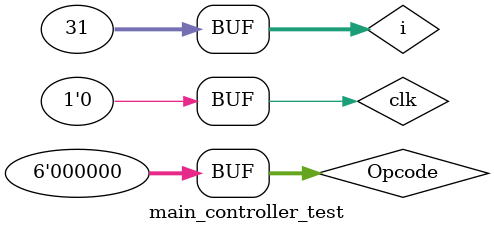
<source format=v>
`timescale 1ns / 1ps


module main_controller_test;

	// Inputs
	reg clk;
	reg [5:0] Opcode;

	// Outputs
	wire MemtoReg;
	wire RegDst;
	wire PCSrc;
	wire ALUSrcA;
	wire [1:0] ALUSrcB;
	wire IRWrite;
	wire PCWrite;
	wire RegWrite;
	wire [1:0] ALUOp;

	// Instantiate the Unit Under Test (UUT)
	main_controller uut (
		.clk(clk), 
		.Opcode(Opcode), 
		.MemtoReg(MemtoReg), 
		.RegDst(RegDst), 
		.PCSrc(PCSrc), 
		.ALUSrcA(ALUSrcA), 
		.ALUSrcB(ALUSrcB), 
		.IRWrite(IRWrite), 
		.PCWrite(PCWrite), 
		.RegWrite(RegWrite), 
		.ALUOp(ALUOp)
	);

	integer i;

	initial begin
		// Initialize Inputs
		clk = 0;
		Opcode = 0;

		// Wait 100 ns for global reset to finish
		#100;
        
		// Add stimulus here
		for (i=1; i < 31; i = i + 1) begin
			#50;
			clk = ~clk;
		end
	end

	always @(posedge clk) begin
		$display("i = %d, state = %b",i/2, uut.state);
	end
      
endmodule


</source>
